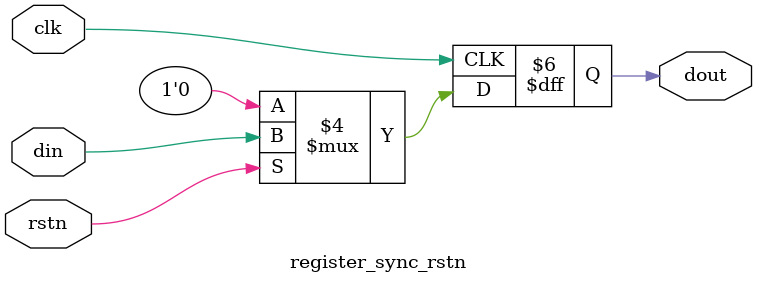
<source format=sv>

`timescale 1ns / 1ps

module register_sync_rstn #(
    parameter integer             WIDTH     = 1,
    parameter logic   [WIDTH-1:0] RESET_VAL = '0
) (
    input logic clk,
    input logic rstn,

    input  logic [WIDTH-1:0] din,
    output logic [WIDTH-1:0] dout
);

  always_ff @(posedge clk) begin
    if (~rstn) begin
      dout <= RESET_VAL;
    end else begin
      dout <= din;
    end
  end

endmodule

</source>
